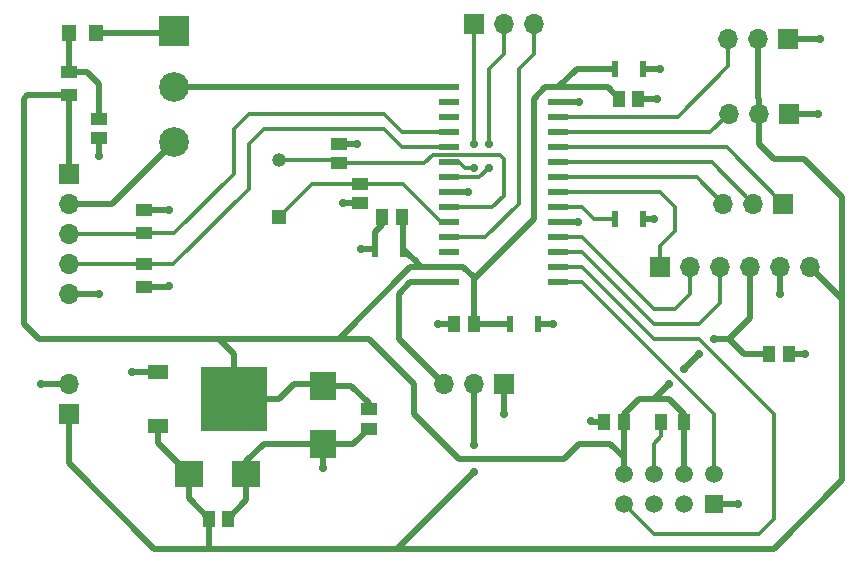
<source format=gtl>
G04 #@! TF.GenerationSoftware,KiCad,Pcbnew,8.0.6*
G04 #@! TF.CreationDate,2025-01-30T10:50:32+01:00*
G04 #@! TF.ProjectId,colorsorter_schematic,636f6c6f-7273-46f7-9274-65725f736368,rev?*
G04 #@! TF.SameCoordinates,Original*
G04 #@! TF.FileFunction,Copper,L1,Top*
G04 #@! TF.FilePolarity,Positive*
%FSLAX46Y46*%
G04 Gerber Fmt 4.6, Leading zero omitted, Abs format (unit mm)*
G04 Created by KiCad (PCBNEW 8.0.6) date 2025-01-30 10:50:32*
%MOMM*%
%LPD*%
G01*
G04 APERTURE LIST*
G04 #@! TA.AperFunction,ComponentPad*
%ADD10R,1.700000X1.700000*%
G04 #@! TD*
G04 #@! TA.AperFunction,ComponentPad*
%ADD11O,1.700000X1.700000*%
G04 #@! TD*
G04 #@! TA.AperFunction,SMDPad,CuDef*
%ADD12R,1.150000X1.400000*%
G04 #@! TD*
G04 #@! TA.AperFunction,SMDPad,CuDef*
%ADD13R,1.050000X1.400000*%
G04 #@! TD*
G04 #@! TA.AperFunction,SMDPad,CuDef*
%ADD14R,2.250000X2.350000*%
G04 #@! TD*
G04 #@! TA.AperFunction,ComponentPad*
%ADD15R,2.520000X2.520000*%
G04 #@! TD*
G04 #@! TA.AperFunction,ComponentPad*
%ADD16C,2.520000*%
G04 #@! TD*
G04 #@! TA.AperFunction,SMDPad,CuDef*
%ADD17R,1.470000X1.020000*%
G04 #@! TD*
G04 #@! TA.AperFunction,SMDPad,CuDef*
%ADD18R,1.020000X1.470000*%
G04 #@! TD*
G04 #@! TA.AperFunction,SMDPad,CuDef*
%ADD19R,1.400000X1.050000*%
G04 #@! TD*
G04 #@! TA.AperFunction,SMDPad,CuDef*
%ADD20R,0.558800X1.447800*%
G04 #@! TD*
G04 #@! TA.AperFunction,ComponentPad*
%ADD21R,1.192000X1.192000*%
G04 #@! TD*
G04 #@! TA.AperFunction,ComponentPad*
%ADD22C,1.192000*%
G04 #@! TD*
G04 #@! TA.AperFunction,ComponentPad*
%ADD23R,1.500000X1.500000*%
G04 #@! TD*
G04 #@! TA.AperFunction,ComponentPad*
%ADD24C,1.500000*%
G04 #@! TD*
G04 #@! TA.AperFunction,SMDPad,CuDef*
%ADD25R,2.350000X2.250000*%
G04 #@! TD*
G04 #@! TA.AperFunction,SMDPad,CuDef*
%ADD26R,1.699999X1.300000*%
G04 #@! TD*
G04 #@! TA.AperFunction,SMDPad,CuDef*
%ADD27R,5.699998X5.499999*%
G04 #@! TD*
G04 #@! TA.AperFunction,SMDPad,CuDef*
%ADD28R,1.765300X0.558800*%
G04 #@! TD*
G04 #@! TA.AperFunction,ViaPad*
%ADD29C,0.700000*%
G04 #@! TD*
G04 #@! TA.AperFunction,Conductor*
%ADD30C,0.500000*%
G04 #@! TD*
G04 #@! TA.AperFunction,Conductor*
%ADD31C,0.300000*%
G04 #@! TD*
G04 #@! TA.AperFunction,Conductor*
%ADD32C,0.200000*%
G04 #@! TD*
G04 APERTURE END LIST*
D10*
X164338000Y-99684000D03*
D11*
X166878000Y-99684000D03*
X169418000Y-99684000D03*
X171958000Y-99684000D03*
X174498000Y-99684000D03*
X177038000Y-99684000D03*
D12*
X114300000Y-79872000D03*
X116650000Y-79872000D03*
D13*
X166370000Y-112820000D03*
X164470000Y-112820000D03*
D14*
X135809995Y-109790000D03*
X135809995Y-114690000D03*
D15*
X123190000Y-79744000D03*
D16*
X123190000Y-84444000D03*
X123190000Y-89144000D03*
D17*
X116840000Y-88810000D03*
X116840000Y-87190000D03*
D18*
X162550850Y-85460000D03*
X160930850Y-85460000D03*
D19*
X120650000Y-96824000D03*
X120650000Y-94924000D03*
D18*
X148590000Y-104510000D03*
X146970000Y-104510000D03*
D20*
X151678900Y-104510000D03*
X154041100Y-104510000D03*
D10*
X174809150Y-94350000D03*
D11*
X172269150Y-94350000D03*
X169729150Y-94350000D03*
D20*
X140239750Y-98160000D03*
X142601950Y-98160000D03*
D18*
X142491200Y-95518400D03*
X140871200Y-95518400D03*
D10*
X114300000Y-112130000D03*
D11*
X114300000Y-109590000D03*
D21*
X132080000Y-95520000D03*
D22*
X132080000Y-90640000D03*
D20*
X160559750Y-95620000D03*
X162921950Y-95620000D03*
D23*
X168910000Y-119750000D03*
D24*
X166370000Y-119750000D03*
X163830000Y-119750000D03*
X161290000Y-119750000D03*
X168910000Y-117210000D03*
X166370000Y-117210000D03*
X163830000Y-117210000D03*
X161290000Y-117210000D03*
D10*
X175260000Y-86730000D03*
D11*
X172720000Y-86730000D03*
X170180000Y-86730000D03*
D19*
X120650000Y-99496000D03*
X120650000Y-101396000D03*
D25*
X124460000Y-117269997D03*
X129360000Y-117269997D03*
D10*
X114300000Y-91810000D03*
D11*
X114300000Y-94350000D03*
X114300000Y-96890000D03*
X114300000Y-99430000D03*
X114300000Y-101970000D03*
D10*
X151130000Y-109590000D03*
D11*
X148590000Y-109590000D03*
X146050000Y-109590000D03*
D26*
X121830000Y-108575001D03*
X121830000Y-113144999D03*
D27*
X128270000Y-110860000D03*
D10*
X148590000Y-79110000D03*
D11*
X151130000Y-79110000D03*
X153670000Y-79110000D03*
D18*
X175260000Y-107050000D03*
X173640000Y-107050000D03*
D28*
X146500850Y-84483700D03*
X146500850Y-85753700D03*
X146500850Y-87023700D03*
X146500850Y-88293700D03*
X146500850Y-89563700D03*
X146500850Y-90833700D03*
X146500850Y-92103700D03*
X146500850Y-93373700D03*
X146500850Y-94643700D03*
X146500850Y-95913700D03*
X146500850Y-97183700D03*
X146500850Y-98453700D03*
X146500850Y-99723700D03*
X146500850Y-100993700D03*
X155759150Y-100993700D03*
X155759150Y-99723700D03*
X155759150Y-98453700D03*
X155759150Y-97183700D03*
X155759150Y-95913700D03*
X155759150Y-94643700D03*
X155759150Y-93373700D03*
X155759150Y-92103700D03*
X155759150Y-90833700D03*
X155759150Y-89563700D03*
X155759150Y-88293700D03*
X155759150Y-87023700D03*
X155759150Y-85753700D03*
X155759150Y-84483700D03*
D17*
X139700000Y-113400000D03*
X139700000Y-111780000D03*
D20*
X160559750Y-82920000D03*
X162921950Y-82920000D03*
D18*
X127810000Y-121020000D03*
X126190000Y-121020000D03*
D17*
X138935000Y-92695000D03*
X138935000Y-94315000D03*
D18*
X159670000Y-112820000D03*
X161290000Y-112820000D03*
D10*
X175245000Y-80380000D03*
D11*
X172705000Y-80380000D03*
X170165000Y-80380000D03*
D17*
X137160000Y-90910000D03*
X137160000Y-89290000D03*
D19*
X114300000Y-85140000D03*
X114300000Y-83240000D03*
D29*
X167640000Y-107050000D03*
X165100000Y-109590000D03*
X166370000Y-108320000D03*
X168910000Y-105780000D03*
X170942000Y-119750000D03*
X177901600Y-80380000D03*
X157480000Y-85714000D03*
X151130000Y-112130000D03*
X122809000Y-101335000D03*
X139090400Y-98160000D03*
X164338000Y-82920000D03*
X137535000Y-94280000D03*
X116840000Y-90286000D03*
X135809995Y-116702000D03*
X145592800Y-104510000D03*
X163830000Y-95620000D03*
X164084000Y-85460000D03*
X176635000Y-107055000D03*
X155346400Y-104510000D03*
X177749200Y-86730000D03*
X122809000Y-94858000D03*
X148132800Y-93384800D03*
X158546800Y-112790400D03*
X111963200Y-109590000D03*
X174498000Y-101970000D03*
X119635001Y-108575001D03*
X157429200Y-95924800D03*
X138684000Y-89270000D03*
X116840000Y-101970000D03*
X148590000Y-117083000D03*
X148590000Y-114797000D03*
X148590000Y-89270000D03*
X148590000Y-91302000D03*
X149860000Y-91302000D03*
X149860000Y-89270000D03*
D30*
X155759150Y-84483700D02*
X154646300Y-84483700D01*
X161290000Y-114670000D02*
X161290000Y-115838400D01*
X160930850Y-85460000D02*
X159954550Y-84483700D01*
X128270000Y-110860000D02*
X132080000Y-110860000D01*
X166370000Y-112130000D02*
X166370000Y-112820000D01*
X127000000Y-105780000D02*
X137160000Y-105780000D01*
X148590000Y-101209600D02*
X148590000Y-104510000D01*
X111760000Y-105780000D02*
X127000000Y-105780000D01*
X142601950Y-95629150D02*
X142601950Y-98160000D01*
X143510000Y-109590000D02*
X143510000Y-112130000D01*
X137160000Y-105780000D02*
X139700000Y-105780000D01*
X114300000Y-85140000D02*
X110810000Y-85140000D01*
X161290000Y-115838400D02*
X160121600Y-114670000D01*
X147728700Y-99723700D02*
X146500850Y-99723700D01*
X137160000Y-105780000D02*
X143216300Y-99723700D01*
X139700000Y-105780000D02*
X143510000Y-109590000D01*
X151678900Y-104510000D02*
X148590000Y-104510000D01*
X143510000Y-112130000D02*
X147320000Y-115940000D01*
X157322850Y-82920000D02*
X155759150Y-84483700D01*
D31*
X171069000Y-106669000D02*
X170688000Y-106288000D01*
D30*
X170561000Y-106161000D02*
X171069000Y-106669000D01*
X143216300Y-99723700D02*
X144165650Y-99723700D01*
X157480000Y-114670000D02*
X159410400Y-114670000D01*
D31*
X148590000Y-100700000D02*
X148590000Y-100585000D01*
D30*
X161290000Y-115838400D02*
X161290000Y-117210000D01*
X170180000Y-105780000D02*
X170561000Y-106161000D01*
X171450000Y-107050000D02*
X173640000Y-107050000D01*
X114300000Y-91810000D02*
X114300000Y-85140000D01*
X132080000Y-110860000D02*
X133350000Y-109590000D01*
X160121600Y-114670000D02*
X159410400Y-114670000D01*
X168910000Y-105780000D02*
X170180000Y-105780000D01*
X171069000Y-106669000D02*
X171450000Y-107050000D01*
X127000000Y-105780000D02*
X128270000Y-107050000D01*
X110490000Y-85460000D02*
X110490000Y-104510000D01*
X159410400Y-114670000D02*
X159665000Y-114670000D01*
X148590000Y-100585000D02*
X147728700Y-99723700D01*
X139700000Y-111780000D02*
X139700000Y-111260000D01*
X160559750Y-82920000D02*
X157322850Y-82920000D01*
X163830000Y-110860000D02*
X165100000Y-110860000D01*
X128270000Y-107050000D02*
X128270000Y-110860000D01*
X170561000Y-106161000D02*
X170281600Y-105881600D01*
X133350000Y-109590000D02*
X135609995Y-109590000D01*
X170180000Y-105780000D02*
X171958000Y-104002000D01*
X171958000Y-104002000D02*
X171958000Y-99684000D01*
X110810000Y-85140000D02*
X110490000Y-85460000D01*
X139700000Y-111260000D02*
X138230000Y-109790000D01*
X153670000Y-85460000D02*
X153670000Y-95620000D01*
X110490000Y-104510000D02*
X111760000Y-105780000D01*
X148590000Y-100700000D02*
X148590000Y-101209600D01*
X166370000Y-108320000D02*
X167640000Y-107050000D01*
X143132175Y-98690225D02*
X143690975Y-99249025D01*
X166370000Y-112820000D02*
X166370000Y-117210000D01*
X156210000Y-115940000D02*
X157480000Y-114670000D01*
X163830000Y-110860000D02*
X165100000Y-109590000D01*
X165100000Y-110860000D02*
X166370000Y-112130000D01*
X142491200Y-95518400D02*
X142601950Y-95629150D01*
X162560000Y-110860000D02*
X163830000Y-110860000D01*
X153670000Y-95620000D02*
X148590000Y-100700000D01*
X142601950Y-98160000D02*
X143132175Y-98690225D01*
X161290000Y-112130000D02*
X162560000Y-110860000D01*
X135809995Y-109790000D02*
X138230000Y-109790000D01*
X159954550Y-84483700D02*
X155759150Y-84483700D01*
X161290000Y-112820000D02*
X161290000Y-112130000D01*
X143690975Y-99249025D02*
X144165650Y-99723700D01*
X147320000Y-115940000D02*
X156210000Y-115940000D01*
D31*
X161290000Y-113045000D02*
X161290000Y-112820000D01*
D30*
X144165650Y-99723700D02*
X146500850Y-99723700D01*
X154646300Y-84483700D02*
X153670000Y-85460000D01*
X161290000Y-112820000D02*
X161290000Y-114670000D01*
X174498000Y-99684000D02*
X174498000Y-101970000D01*
X119635001Y-108575001D02*
X121830000Y-108575001D01*
X162550850Y-85460000D02*
X164084000Y-85460000D01*
X176630000Y-107050000D02*
X175260000Y-107050000D01*
X162921950Y-95620000D02*
X163830000Y-95620000D01*
X129360000Y-119470000D02*
X127810000Y-121020000D01*
D31*
X135829995Y-114670000D02*
X135809995Y-114690000D01*
D30*
X138935000Y-94315000D02*
X137570000Y-94315000D01*
X157418100Y-95913700D02*
X157429200Y-95924800D01*
X122743000Y-94924000D02*
X122809000Y-94858000D01*
X139700000Y-113400000D02*
X138410000Y-114690000D01*
X162921950Y-82920000D02*
X164338000Y-82920000D01*
D32*
X148121700Y-93373700D02*
X148132800Y-93384800D01*
D30*
X176635000Y-107055000D02*
X176630000Y-107050000D01*
X137160000Y-89290000D02*
X137160000Y-89270000D01*
X120650000Y-101396000D02*
X122748000Y-101396000D01*
X114300000Y-109590000D02*
X111963200Y-109590000D01*
X129360000Y-117269997D02*
X129360000Y-116120000D01*
X137570000Y-94315000D02*
X137535000Y-94280000D01*
X168910000Y-119750000D02*
X170942000Y-119750000D01*
X155759150Y-95913700D02*
X157418100Y-95913700D01*
X120650000Y-94924000D02*
X122743000Y-94924000D01*
X154041100Y-104510000D02*
X155346400Y-104510000D01*
X140871200Y-95518400D02*
X140871200Y-96125200D01*
X129360000Y-116120000D02*
X130810000Y-114670000D01*
X116840000Y-88810000D02*
X116840000Y-90286000D01*
X146970000Y-104510000D02*
X145592800Y-104510000D01*
X140239750Y-96756650D02*
X140239750Y-98160000D01*
X138410000Y-114690000D02*
X135809995Y-114690000D01*
X114300000Y-101970000D02*
X116840000Y-101970000D01*
X151130000Y-109590000D02*
X151130000Y-112130000D01*
X140239750Y-98160000D02*
X139090400Y-98160000D01*
X158576400Y-112820000D02*
X158546800Y-112790400D01*
X155759150Y-85753700D02*
X157440300Y-85753700D01*
X122748000Y-101396000D02*
X122809000Y-101335000D01*
X137160000Y-89290000D02*
X138664000Y-89290000D01*
X129360000Y-117269997D02*
X129360000Y-119470000D01*
X140871200Y-96125200D02*
X140239750Y-96756650D01*
X175260000Y-86730000D02*
X177749200Y-86730000D01*
D31*
X130810000Y-114670000D02*
X130830000Y-114690000D01*
D30*
X159670000Y-112820000D02*
X158576400Y-112820000D01*
X138664000Y-89290000D02*
X138684000Y-89270000D01*
X130830000Y-114690000D02*
X135809995Y-114690000D01*
X135809995Y-116702000D02*
X135809995Y-114690000D01*
X175245000Y-80380000D02*
X177901600Y-80380000D01*
X157440300Y-85753700D02*
X157480000Y-85714000D01*
X146500850Y-93373700D02*
X148121700Y-93373700D01*
X148590000Y-109590000D02*
X148590000Y-114797000D01*
X121830000Y-114580000D02*
X124460000Y-117210000D01*
X121539000Y-123560000D02*
X126111000Y-123560000D01*
X172720000Y-86730000D02*
X172720000Y-85460000D01*
X173990000Y-90540000D02*
X172720000Y-89270000D01*
X126190000Y-121020000D02*
X126190000Y-123481000D01*
X148590000Y-117083000D02*
X142113000Y-123560000D01*
X176530000Y-90540000D02*
X173990000Y-90540000D01*
X172720000Y-85460000D02*
X172705000Y-85445000D01*
X124460000Y-119290000D02*
X126190000Y-121020000D01*
X114300000Y-112130000D02*
X114300000Y-116321000D01*
X172720000Y-89270000D02*
X172720000Y-86730000D01*
D31*
X124460000Y-117210000D02*
X124460000Y-117269997D01*
D30*
X148463000Y-123560000D02*
X173990000Y-123560000D01*
X173990000Y-123560000D02*
X179820000Y-117730000D01*
X179820000Y-93830000D02*
X176530000Y-90540000D01*
X179820000Y-117730000D02*
X179820000Y-103494000D01*
X126190000Y-123481000D02*
X126111000Y-123560000D01*
X114300000Y-116321000D02*
X121539000Y-123560000D01*
X142113000Y-123560000D02*
X141986000Y-123560000D01*
X172705000Y-85445000D02*
X172705000Y-80380000D01*
X126111000Y-123560000D02*
X141986000Y-123560000D01*
X179820000Y-103494000D02*
X179820000Y-93830000D01*
X121830000Y-114580000D02*
X121830000Y-113144999D01*
X141986000Y-123560000D02*
X148463000Y-123560000D01*
D31*
X124910005Y-117720002D02*
X124460000Y-117269997D01*
D30*
X177038000Y-99684000D02*
X179820000Y-102466000D01*
X179820000Y-102466000D02*
X179820000Y-103494000D01*
X124460000Y-117269997D02*
X124460000Y-119290000D01*
D31*
X151130000Y-90540000D02*
X150794300Y-90204300D01*
X150153700Y-94643700D02*
X146500850Y-94643700D01*
X145115700Y-90204300D02*
X144410000Y-90910000D01*
X136890000Y-90640000D02*
X137160000Y-90910000D01*
X132080000Y-90640000D02*
X136890000Y-90640000D01*
X144410000Y-90910000D02*
X137160000Y-90910000D01*
X150153700Y-94643700D02*
X151130000Y-93667400D01*
X150794300Y-90204300D02*
X145115700Y-90204300D01*
X151130000Y-93667400D02*
X151130000Y-90540000D01*
X132080000Y-95520000D02*
X134905000Y-92695000D01*
X134905000Y-92695000D02*
X138935000Y-92695000D01*
X145843700Y-95913700D02*
X146500850Y-95913700D01*
X138935000Y-92695000D02*
X142625000Y-92695000D01*
X142625000Y-92695000D02*
X145843700Y-95913700D01*
D30*
X116840000Y-87190000D02*
X116840000Y-84190000D01*
X115890000Y-83240000D02*
X114300000Y-83240000D01*
X116840000Y-84190000D02*
X115890000Y-83240000D01*
X114300000Y-79872000D02*
X114300000Y-83240000D01*
D31*
X158750000Y-95620000D02*
X160559750Y-95620000D01*
X155759150Y-94643700D02*
X157773700Y-94643700D01*
X157773700Y-94643700D02*
X158750000Y-95620000D01*
X170165000Y-82731800D02*
X165873100Y-87023700D01*
X165873100Y-87023700D02*
X155759150Y-87023700D01*
X170165000Y-80380000D02*
X170165000Y-82731800D01*
D30*
X142240000Y-105780000D02*
X146050000Y-109590000D01*
X143216300Y-100993700D02*
X142240000Y-101970000D01*
X142240000Y-101970000D02*
X142240000Y-105780000D01*
X146500850Y-100993700D02*
X143216300Y-100993700D01*
D31*
X170180000Y-86730000D02*
X168616300Y-88293700D01*
X168616300Y-88293700D02*
X155759150Y-88293700D01*
D30*
X114300000Y-94350000D02*
X117984000Y-94350000D01*
X117984000Y-94350000D02*
X123190000Y-89144000D01*
D31*
X129540000Y-89270000D02*
X129540000Y-93080000D01*
X142533700Y-89563700D02*
X140970000Y-88000000D01*
X140970000Y-88000000D02*
X130810000Y-88000000D01*
X123124000Y-99496000D02*
X120650000Y-99496000D01*
X120584000Y-99430000D02*
X120650000Y-99496000D01*
X129540000Y-93080000D02*
X123124000Y-99496000D01*
X146500850Y-89563700D02*
X142533700Y-89563700D01*
X130810000Y-88000000D02*
X129540000Y-89270000D01*
X114300000Y-99430000D02*
X120584000Y-99430000D01*
X142533700Y-88293700D02*
X146500850Y-88293700D01*
X128270000Y-91810000D02*
X128270000Y-88000000D01*
X129540000Y-86730000D02*
X140970000Y-86730000D01*
X120584000Y-96890000D02*
X120650000Y-96824000D01*
X140970000Y-86730000D02*
X142533700Y-88293700D01*
X114300000Y-96890000D02*
X120584000Y-96890000D01*
X123256000Y-96824000D02*
X128270000Y-91810000D01*
X128270000Y-88000000D02*
X129540000Y-86730000D01*
X120650000Y-96824000D02*
X123256000Y-96824000D01*
X164338000Y-97906000D02*
X164338000Y-99684000D01*
X164377700Y-93373700D02*
X165608000Y-94604000D01*
X155759150Y-93373700D02*
X164377700Y-93373700D01*
X165608000Y-96636000D02*
X164338000Y-97906000D01*
X165608000Y-94604000D02*
X165608000Y-96636000D01*
X155759150Y-98453700D02*
X156351200Y-98453700D01*
X163830000Y-104510000D02*
X157773700Y-98453700D01*
X167640000Y-104510000D02*
X163830000Y-104510000D01*
X157773700Y-98453700D02*
X155759150Y-98453700D01*
X167640000Y-104510000D02*
X169418000Y-102732000D01*
X169418000Y-102732000D02*
X169418000Y-99684000D01*
X172269150Y-94350000D02*
X168752850Y-90833700D01*
X168752850Y-90833700D02*
X155759150Y-90833700D01*
X174809150Y-94350000D02*
X170022850Y-89563700D01*
X170022850Y-89563700D02*
X155759150Y-89563700D01*
X155759150Y-92103700D02*
X167482850Y-92103700D01*
X167482850Y-92103700D02*
X169729150Y-94350000D01*
X152400000Y-82920000D02*
X153670000Y-81650000D01*
X149566300Y-97183700D02*
X152400000Y-94350000D01*
X153670000Y-81650000D02*
X153670000Y-79110000D01*
X152400000Y-94350000D02*
X152400000Y-82920000D01*
X146500850Y-97183700D02*
X149566300Y-97183700D01*
X146521450Y-90854300D02*
X146500850Y-90833700D01*
X148590000Y-79110000D02*
X148590000Y-89270000D01*
X147828000Y-91302000D02*
X148590000Y-91302000D01*
X147359700Y-90833700D02*
X147828000Y-91302000D01*
X146500850Y-90833700D02*
X147359700Y-90833700D01*
X149860000Y-82920000D02*
X149860000Y-89270000D01*
X149058300Y-92103700D02*
X149860000Y-91302000D01*
X146500850Y-92103700D02*
X149058300Y-92103700D01*
X151130000Y-79110000D02*
X151130000Y-81650000D01*
X151130000Y-81650000D02*
X149860000Y-82920000D01*
X164470000Y-114030000D02*
X164470000Y-112820000D01*
X163830000Y-117210000D02*
X163830000Y-114670000D01*
X163830000Y-114670000D02*
X164470000Y-114030000D01*
D30*
X123062000Y-79872000D02*
X123190000Y-79744000D01*
X116650000Y-79872000D02*
X123062000Y-79872000D01*
D31*
X155759150Y-100993700D02*
X157773700Y-100993700D01*
X168910000Y-112130000D02*
X168910000Y-117210000D01*
X157773700Y-100993700D02*
X168910000Y-112130000D01*
D30*
X146461150Y-84444000D02*
X146500850Y-84483700D01*
X123190000Y-84444000D02*
X146461150Y-84444000D01*
D31*
X172720000Y-122290000D02*
X173990000Y-121020000D01*
X173990000Y-121020000D02*
X173990000Y-112130000D01*
X157773700Y-99723700D02*
X155759150Y-99723700D01*
X167640000Y-105780000D02*
X163830000Y-105780000D01*
X163830000Y-105780000D02*
X157773700Y-99723700D01*
X173990000Y-112130000D02*
X167640000Y-105780000D01*
X161290000Y-119750000D02*
X163830000Y-122290000D01*
X163830000Y-122290000D02*
X172720000Y-122290000D01*
X165608000Y-103240000D02*
X166878000Y-101970000D01*
X155759150Y-97183700D02*
X157773700Y-97183700D01*
X166878000Y-101970000D02*
X166878000Y-99684000D01*
X157773700Y-97183700D02*
X163830000Y-103240000D01*
X163830000Y-103240000D02*
X165608000Y-103240000D01*
M02*

</source>
